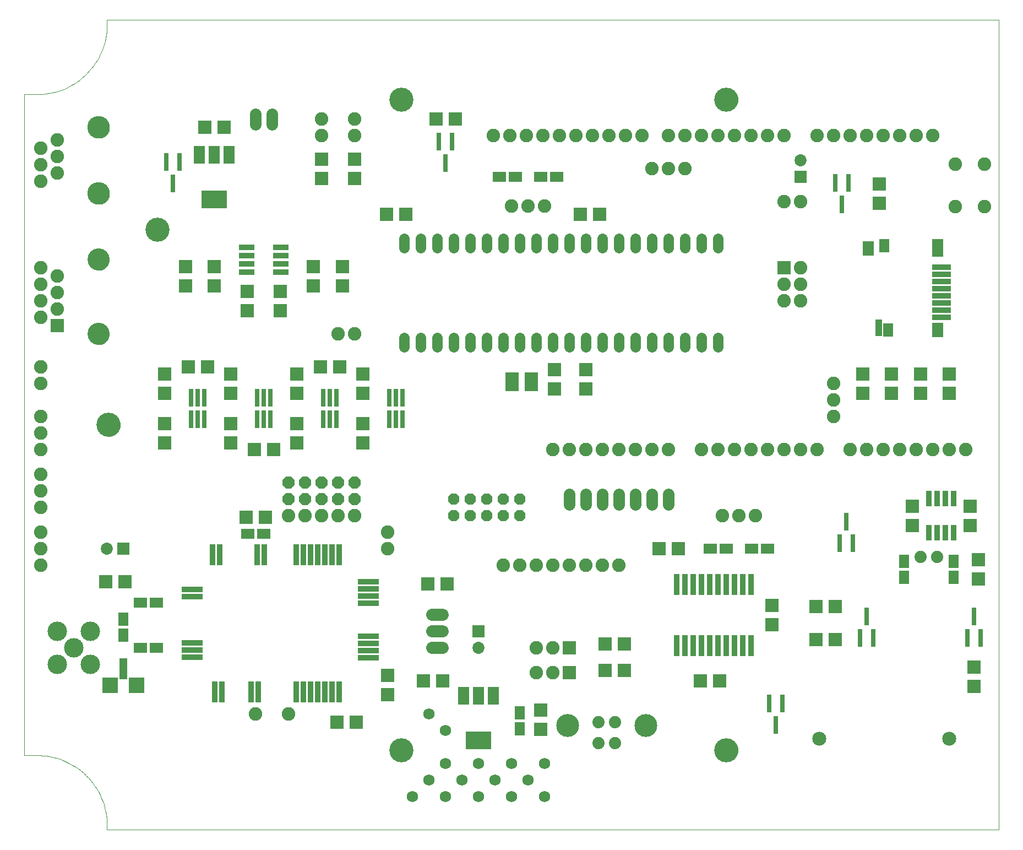
<source format=gts>
G75*
G70*
%OFA0B0*%
%FSLAX24Y24*%
%IPPOS*%
%LPD*%
%AMOC8*
5,1,8,0,0,1.08239X$1,22.5*
%
%ADD10C,0.0640*%
%ADD11C,0.0820*%
%ADD12R,0.0789X0.0631*%
%ADD13C,0.0740*%
%ADD14C,0.1386*%
%ADD15R,0.0300X0.1100*%
%ADD16R,0.0320X0.0950*%
%ADD17R,0.0790X0.0789*%
%ADD18R,0.0789X0.0790*%
%ADD19R,0.0730X0.0730*%
%ADD20C,0.0730*%
%ADD21C,0.0848*%
%ADD22OC8,0.0680*%
%ADD23C,0.0714*%
%ADD24R,0.0789X0.1180*%
%ADD25R,0.1163X0.0356*%
%ADD26R,0.0671X0.1064*%
%ADD27R,0.0671X0.0907*%
%ADD28R,0.0592X0.0789*%
%ADD29R,0.0395X0.1045*%
%ADD30R,0.0631X0.0789*%
%ADD31R,0.0690X0.0867*%
%ADD32R,0.0320X0.1280*%
%ADD33R,0.0820X0.0820*%
%ADD34C,0.0720*%
%ADD35R,0.0340X0.1280*%
%ADD36R,0.1280X0.0340*%
%ADD37C,0.1180*%
%ADD38OC8,0.0720*%
%ADD39R,0.0480X0.1280*%
%ADD40R,0.0920X0.0960*%
%ADD41C,0.0000*%
%ADD42C,0.1340*%
%ADD43C,0.1360*%
%ADD44R,0.0950X0.0320*%
%ADD45C,0.1458*%
%ADD46R,0.0680X0.1080*%
%ADD47R,0.1530X0.1080*%
%ADD48C,0.0680*%
D10*
X026175Y032395D02*
X026175Y032955D01*
X027175Y032955D02*
X027175Y032395D01*
X028175Y032395D02*
X028175Y032955D01*
X029175Y032955D02*
X029175Y032395D01*
X030175Y032395D02*
X030175Y032955D01*
X031175Y032955D02*
X031175Y032395D01*
X032175Y032395D02*
X032175Y032955D01*
X033175Y032955D02*
X033175Y032395D01*
X034175Y032395D02*
X034175Y032955D01*
X035175Y032955D02*
X035175Y032395D01*
X036175Y032395D02*
X036175Y032955D01*
X037175Y032955D02*
X037175Y032395D01*
X038175Y032395D02*
X038175Y032955D01*
X039175Y032955D02*
X039175Y032395D01*
X040175Y032395D02*
X040175Y032955D01*
X041175Y032955D02*
X041175Y032395D01*
X042175Y032395D02*
X042175Y032955D01*
X043175Y032955D02*
X043175Y032395D01*
X044175Y032395D02*
X044175Y032955D01*
X045175Y032955D02*
X045175Y032395D01*
X045175Y038395D02*
X045175Y038955D01*
X044175Y038955D02*
X044175Y038395D01*
X043175Y038395D02*
X043175Y038955D01*
X042175Y038955D02*
X042175Y038395D01*
X041175Y038395D02*
X041175Y038955D01*
X040175Y038955D02*
X040175Y038395D01*
X039175Y038395D02*
X039175Y038955D01*
X038175Y038955D02*
X038175Y038395D01*
X037175Y038395D02*
X037175Y038955D01*
X036175Y038955D02*
X036175Y038395D01*
X035175Y038395D02*
X035175Y038955D01*
X034175Y038955D02*
X034175Y038395D01*
X033175Y038395D02*
X033175Y038955D01*
X032175Y038955D02*
X032175Y038395D01*
X031175Y038395D02*
X031175Y038955D01*
X030175Y038955D02*
X030175Y038395D01*
X029175Y038395D02*
X029175Y038955D01*
X028175Y038955D02*
X028175Y038395D01*
X027175Y038395D02*
X027175Y038955D01*
X026175Y038955D02*
X026175Y038395D01*
D11*
X032675Y040925D03*
X033675Y040925D03*
X034675Y040925D03*
X034575Y045175D03*
X033575Y045175D03*
X032575Y045175D03*
X031575Y045175D03*
X035575Y045175D03*
X036575Y045175D03*
X037575Y045175D03*
X038575Y045175D03*
X039575Y045175D03*
X040575Y045175D03*
X042175Y045175D03*
X043175Y045175D03*
X044175Y045175D03*
X045175Y045175D03*
X046175Y045175D03*
X047175Y045175D03*
X048175Y045175D03*
X049175Y045175D03*
X051175Y045175D03*
X052175Y045175D03*
X053175Y045175D03*
X054175Y045175D03*
X055175Y045175D03*
X056175Y045175D03*
X057175Y045175D03*
X058175Y045175D03*
X059535Y043455D03*
X061315Y043455D03*
X061315Y040895D03*
X059535Y040895D03*
X050175Y041175D03*
X049175Y041175D03*
X043175Y043175D03*
X042175Y043175D03*
X041175Y043175D03*
X050175Y037175D03*
X050175Y036175D03*
X049175Y036175D03*
X049175Y035175D03*
X050175Y035175D03*
X052175Y030175D03*
X052175Y029175D03*
X052175Y028175D03*
X051175Y026175D03*
X050175Y026175D03*
X049175Y026175D03*
X048175Y026175D03*
X047175Y026175D03*
X046175Y026175D03*
X045175Y026175D03*
X044175Y026175D03*
X042175Y026175D03*
X041175Y026175D03*
X040175Y026175D03*
X039175Y026175D03*
X038175Y026175D03*
X037175Y026175D03*
X036175Y026175D03*
X035175Y026175D03*
X045425Y022175D03*
X046425Y022175D03*
X047425Y022175D03*
X053175Y026175D03*
X054175Y026175D03*
X055175Y026175D03*
X056175Y026175D03*
X057175Y026175D03*
X058175Y026175D03*
X059175Y026175D03*
X060175Y026175D03*
X039175Y019175D03*
X038175Y019175D03*
X037175Y019175D03*
X036175Y019175D03*
X035175Y019175D03*
X034175Y019175D03*
X033175Y019175D03*
X032175Y019175D03*
X025175Y020175D03*
X025175Y021175D03*
X023175Y022175D03*
X022175Y022175D03*
X021175Y022175D03*
X020175Y022175D03*
X019175Y022175D03*
X004175Y022675D03*
X004175Y023675D03*
X004175Y024675D03*
X004175Y026175D03*
X004175Y027175D03*
X004175Y028175D03*
X004175Y030175D03*
X004175Y031175D03*
X004175Y034175D03*
X005175Y034675D03*
X004175Y035175D03*
X005175Y035675D03*
X004175Y036175D03*
X005175Y036675D03*
X004175Y037175D03*
X004175Y042425D03*
X005175Y042925D03*
X004175Y043425D03*
X005175Y043925D03*
X004175Y044425D03*
X005175Y044925D03*
X021175Y045175D03*
X021175Y046175D03*
X023175Y046175D03*
X023175Y045175D03*
X023175Y033175D03*
X022175Y033175D03*
X004175Y021175D03*
X004175Y020175D03*
X004175Y019175D03*
X017175Y010175D03*
X019175Y010175D03*
X034175Y012675D03*
X035175Y012675D03*
X035175Y014175D03*
X034175Y014175D03*
D12*
X044693Y020175D03*
X045657Y020175D03*
X047193Y020175D03*
X048157Y020175D03*
X017657Y021075D03*
X016693Y021075D03*
X011157Y016925D03*
X010193Y016925D03*
X010193Y014175D03*
X011157Y014175D03*
X031943Y042675D03*
X032907Y042675D03*
X034443Y042675D03*
X035407Y042675D03*
D13*
X057425Y019675D03*
X058425Y019675D03*
X038917Y009675D03*
X037933Y009675D03*
X037933Y008415D03*
X038917Y008415D03*
D14*
X040795Y009478D03*
X036055Y009478D03*
D15*
X048275Y010825D03*
X049075Y010825D03*
X048675Y009525D03*
X053775Y014775D03*
X054575Y014775D03*
X054175Y016075D03*
X060275Y014775D03*
X061075Y014775D03*
X060675Y016075D03*
X053325Y020525D03*
X052525Y020525D03*
X052925Y021825D03*
X026075Y028025D03*
X025675Y028025D03*
X025275Y028025D03*
X025275Y029325D03*
X025675Y029325D03*
X026075Y029325D03*
X022075Y029325D03*
X021675Y029325D03*
X021275Y029325D03*
X021275Y028025D03*
X021675Y028025D03*
X022075Y028025D03*
X018075Y028025D03*
X017675Y028025D03*
X017275Y028025D03*
X017275Y029325D03*
X017675Y029325D03*
X018075Y029325D03*
X014075Y029325D03*
X013675Y029325D03*
X013275Y029325D03*
X013275Y028025D03*
X013675Y028025D03*
X014075Y028025D03*
X012175Y042275D03*
X011775Y043575D03*
X012575Y043575D03*
X028275Y044825D03*
X029075Y044825D03*
X028675Y043525D03*
X052275Y042325D03*
X053075Y042325D03*
X052675Y041025D03*
D16*
X057925Y023205D03*
X058425Y023205D03*
X058925Y023205D03*
X059425Y023205D03*
X059425Y021145D03*
X058925Y021145D03*
X058425Y021145D03*
X057925Y021145D03*
D17*
X056925Y021585D03*
X056925Y022765D03*
X060425Y022765D03*
X060425Y021585D03*
X060925Y019515D03*
X060925Y018335D03*
X060675Y013015D03*
X060675Y011835D03*
X048425Y015585D03*
X048425Y016765D03*
X034425Y010415D03*
X034425Y009235D03*
X025175Y011335D03*
X025175Y012515D03*
X023675Y026585D03*
X023675Y027765D03*
X023675Y029585D03*
X023675Y030765D03*
X019675Y030765D03*
X019675Y029585D03*
X019675Y027765D03*
X019675Y026585D03*
X015675Y026585D03*
X015675Y027765D03*
X015675Y029585D03*
X015675Y030765D03*
X011675Y030765D03*
X011675Y029585D03*
X011675Y027765D03*
X011675Y026585D03*
X016675Y034585D03*
X016675Y035765D03*
X018675Y035765D03*
X018675Y034585D03*
X020675Y036085D03*
X020675Y037265D03*
X022425Y037265D03*
X022425Y036085D03*
X014675Y036085D03*
X014675Y037265D03*
X012925Y037265D03*
X012925Y036085D03*
X021175Y042585D03*
X023175Y042585D03*
X023175Y043765D03*
X021175Y043765D03*
X035275Y031015D03*
X037175Y031015D03*
X037175Y029835D03*
X035275Y029835D03*
X053925Y029585D03*
X055675Y029585D03*
X055675Y030765D03*
X053925Y030765D03*
X057425Y030765D03*
X057425Y029585D03*
X059175Y029585D03*
X059175Y030765D03*
X054925Y041085D03*
X054925Y042265D03*
D18*
X038015Y040425D03*
X036835Y040425D03*
X029265Y046175D03*
X028085Y046175D03*
X026265Y040425D03*
X025085Y040425D03*
X015265Y045675D03*
X014085Y045675D03*
X014265Y031175D03*
X013085Y031175D03*
X017085Y026175D03*
X018265Y026175D03*
X017765Y022075D03*
X016585Y022075D03*
X009265Y018175D03*
X008085Y018175D03*
X022085Y009675D03*
X023265Y009675D03*
X027335Y012175D03*
X028515Y012175D03*
X038335Y012800D03*
X039515Y012800D03*
X039515Y014425D03*
X038335Y014425D03*
X044085Y012175D03*
X045265Y012175D03*
X051085Y014675D03*
X052265Y014675D03*
X052265Y016675D03*
X051085Y016675D03*
X042765Y020175D03*
X041585Y020175D03*
X028765Y018050D03*
X027585Y018050D03*
X022265Y031175D03*
X021085Y031175D03*
D19*
X009175Y020175D03*
X030675Y015175D03*
X050175Y042675D03*
D20*
X050175Y043675D03*
X008175Y020175D03*
X030675Y014175D03*
D21*
X051301Y008675D03*
X059175Y008675D03*
D22*
X033175Y022175D03*
X033175Y023175D03*
X032175Y023175D03*
X032175Y022175D03*
X031175Y022175D03*
X031175Y023175D03*
X030175Y023175D03*
X030175Y022175D03*
X029175Y022175D03*
X029175Y023175D03*
D23*
X036175Y022858D02*
X036175Y023492D01*
X037175Y023492D02*
X037175Y022858D01*
X038175Y022858D02*
X038175Y023492D01*
X039175Y023492D02*
X039175Y022858D01*
X040175Y022858D02*
X040175Y023492D01*
X041175Y023492D02*
X041175Y022858D01*
X042175Y022858D02*
X042175Y023492D01*
X018175Y045858D02*
X018175Y046492D01*
X017175Y046492D02*
X017175Y045858D01*
D24*
X032685Y030275D03*
X033865Y030275D03*
D25*
X058716Y034175D03*
X058716Y034608D03*
X058716Y035041D03*
X058716Y035474D03*
X058716Y035907D03*
X058716Y036340D03*
X058716Y036773D03*
X058716Y037206D03*
D26*
X058470Y038368D03*
D27*
X058470Y033427D03*
D28*
X055478Y033407D03*
D29*
X054888Y033535D03*
D30*
X055222Y038506D03*
X056425Y019407D03*
X056425Y018443D03*
X059425Y018443D03*
X059425Y019407D03*
X033175Y010257D03*
X033175Y009293D03*
X009175Y014943D03*
X009175Y015907D03*
D31*
X054268Y038348D03*
D32*
X047175Y018025D03*
X046675Y018025D03*
X046175Y018025D03*
X045675Y018025D03*
X045175Y018025D03*
X044675Y018025D03*
X044175Y018025D03*
X043675Y018025D03*
X043175Y018025D03*
X042675Y018025D03*
X042675Y014325D03*
X043175Y014325D03*
X043675Y014325D03*
X044175Y014325D03*
X044675Y014325D03*
X045175Y014325D03*
X045675Y014325D03*
X046175Y014325D03*
X046675Y014325D03*
X047175Y014325D03*
D33*
X036175Y014175D03*
X036175Y012675D03*
X005175Y033675D03*
X049175Y037175D03*
D34*
X028495Y016175D02*
X027855Y016175D01*
X027855Y015175D02*
X028495Y015175D01*
X028495Y014175D02*
X027855Y014175D01*
D35*
X022218Y011527D03*
X021785Y011527D03*
X021352Y011527D03*
X020919Y011527D03*
X020486Y011527D03*
X020053Y011527D03*
X019620Y011527D03*
X017336Y011527D03*
X016903Y011527D03*
X015132Y011527D03*
X014699Y011527D03*
X014581Y019823D03*
X015014Y019823D03*
X017258Y019823D03*
X017691Y019823D03*
X019620Y019823D03*
X020053Y019823D03*
X020486Y019823D03*
X020919Y019823D03*
X021352Y019823D03*
X021785Y019823D03*
X022218Y019823D03*
D36*
X024004Y018195D03*
X024004Y017762D03*
X024004Y017329D03*
X024004Y016895D03*
X024004Y014888D03*
X024004Y014455D03*
X024004Y014021D03*
X024004Y013588D03*
X013346Y013628D03*
X013346Y014061D03*
X013346Y014494D03*
X013346Y017289D03*
X013346Y017722D03*
D37*
X007175Y015175D03*
X006175Y014175D03*
X005175Y013175D03*
X007175Y013175D03*
X005175Y015175D03*
D38*
X019175Y023175D03*
X019175Y024175D03*
X020175Y024175D03*
X021175Y024175D03*
X022175Y024175D03*
X023175Y024175D03*
X023175Y023175D03*
X022175Y023175D03*
X021175Y023175D03*
X020175Y023175D03*
D39*
X009175Y012925D03*
D40*
X008375Y011925D03*
X009975Y011925D03*
D41*
X003675Y007675D02*
X003884Y007682D01*
X004093Y007679D01*
X004301Y007665D01*
X004509Y007642D01*
X004715Y007608D01*
X004919Y007564D01*
X005121Y007510D01*
X005320Y007447D01*
X005516Y007374D01*
X005708Y007291D01*
X005895Y007199D01*
X006078Y007097D01*
X006256Y006987D01*
X006428Y006869D01*
X006594Y006742D01*
X006753Y006607D01*
X006906Y006464D01*
X007051Y006314D01*
X007189Y006157D01*
X007320Y005994D01*
X007442Y005824D01*
X007555Y005649D01*
X007660Y005468D01*
X007756Y005282D01*
X007842Y005092D01*
X007919Y004898D01*
X007987Y004700D01*
X008044Y004499D01*
X008092Y004296D01*
X008130Y004090D01*
X008157Y003883D01*
X008175Y003675D01*
X008175Y003175D01*
X062175Y003175D01*
X062175Y052175D01*
X008175Y052175D01*
X008175Y051675D01*
X008158Y051473D01*
X008132Y051272D01*
X008096Y051073D01*
X008051Y050875D01*
X007996Y050680D01*
X007932Y050488D01*
X007859Y050299D01*
X007777Y050113D01*
X007687Y049932D01*
X007588Y049756D01*
X007480Y049584D01*
X007365Y049417D01*
X007242Y049256D01*
X007111Y049102D01*
X006973Y048953D01*
X006828Y048811D01*
X006677Y048677D01*
X006519Y048550D01*
X006355Y048430D01*
X006186Y048318D01*
X006012Y048215D01*
X005833Y048120D01*
X005650Y048033D01*
X005463Y047956D01*
X005272Y047887D01*
X005079Y047827D01*
X004882Y047777D01*
X004684Y047736D01*
X004484Y047705D01*
X004282Y047683D01*
X004080Y047671D01*
X003878Y047668D01*
X003675Y047675D01*
X003175Y047675D01*
X003175Y007675D01*
X003675Y007675D01*
X025301Y007990D02*
X025303Y008042D01*
X025309Y008094D01*
X025319Y008145D01*
X025332Y008195D01*
X025350Y008245D01*
X025371Y008292D01*
X025395Y008338D01*
X025424Y008382D01*
X025455Y008424D01*
X025489Y008463D01*
X025526Y008500D01*
X025566Y008533D01*
X025609Y008564D01*
X025653Y008591D01*
X025699Y008615D01*
X025748Y008635D01*
X025797Y008651D01*
X025848Y008664D01*
X025899Y008673D01*
X025951Y008678D01*
X026003Y008679D01*
X026055Y008676D01*
X026107Y008669D01*
X026158Y008658D01*
X026208Y008644D01*
X026257Y008625D01*
X026304Y008603D01*
X026349Y008578D01*
X026393Y008549D01*
X026434Y008517D01*
X026473Y008482D01*
X026508Y008444D01*
X026541Y008403D01*
X026571Y008361D01*
X026597Y008316D01*
X026620Y008269D01*
X026639Y008220D01*
X026655Y008170D01*
X026667Y008120D01*
X026675Y008068D01*
X026679Y008016D01*
X026679Y007964D01*
X026675Y007912D01*
X026667Y007860D01*
X026655Y007810D01*
X026639Y007760D01*
X026620Y007711D01*
X026597Y007664D01*
X026571Y007619D01*
X026541Y007577D01*
X026508Y007536D01*
X026473Y007498D01*
X026434Y007463D01*
X026393Y007431D01*
X026349Y007402D01*
X026304Y007377D01*
X026257Y007355D01*
X026208Y007336D01*
X026158Y007322D01*
X026107Y007311D01*
X026055Y007304D01*
X026003Y007301D01*
X025951Y007302D01*
X025899Y007307D01*
X025848Y007316D01*
X025797Y007329D01*
X025748Y007345D01*
X025699Y007365D01*
X025653Y007389D01*
X025609Y007416D01*
X025566Y007447D01*
X025526Y007480D01*
X025489Y007517D01*
X025455Y007556D01*
X025424Y007598D01*
X025395Y007642D01*
X025371Y007688D01*
X025350Y007735D01*
X025332Y007785D01*
X025319Y007835D01*
X025309Y007886D01*
X025303Y007938D01*
X025301Y007990D01*
X044986Y007990D02*
X044988Y008042D01*
X044994Y008094D01*
X045004Y008145D01*
X045017Y008195D01*
X045035Y008245D01*
X045056Y008292D01*
X045080Y008338D01*
X045109Y008382D01*
X045140Y008424D01*
X045174Y008463D01*
X045211Y008500D01*
X045251Y008533D01*
X045294Y008564D01*
X045338Y008591D01*
X045384Y008615D01*
X045433Y008635D01*
X045482Y008651D01*
X045533Y008664D01*
X045584Y008673D01*
X045636Y008678D01*
X045688Y008679D01*
X045740Y008676D01*
X045792Y008669D01*
X045843Y008658D01*
X045893Y008644D01*
X045942Y008625D01*
X045989Y008603D01*
X046034Y008578D01*
X046078Y008549D01*
X046119Y008517D01*
X046158Y008482D01*
X046193Y008444D01*
X046226Y008403D01*
X046256Y008361D01*
X046282Y008316D01*
X046305Y008269D01*
X046324Y008220D01*
X046340Y008170D01*
X046352Y008120D01*
X046360Y008068D01*
X046364Y008016D01*
X046364Y007964D01*
X046360Y007912D01*
X046352Y007860D01*
X046340Y007810D01*
X046324Y007760D01*
X046305Y007711D01*
X046282Y007664D01*
X046256Y007619D01*
X046226Y007577D01*
X046193Y007536D01*
X046158Y007498D01*
X046119Y007463D01*
X046078Y007431D01*
X046034Y007402D01*
X045989Y007377D01*
X045942Y007355D01*
X045893Y007336D01*
X045843Y007322D01*
X045792Y007311D01*
X045740Y007304D01*
X045688Y007301D01*
X045636Y007302D01*
X045584Y007307D01*
X045533Y007316D01*
X045482Y007329D01*
X045433Y007345D01*
X045384Y007365D01*
X045338Y007389D01*
X045294Y007416D01*
X045251Y007447D01*
X045211Y007480D01*
X045174Y007517D01*
X045140Y007556D01*
X045109Y007598D01*
X045080Y007642D01*
X045056Y007688D01*
X045035Y007735D01*
X045017Y007785D01*
X045004Y007835D01*
X044994Y007886D01*
X044988Y007938D01*
X044986Y007990D01*
X007584Y027675D02*
X007586Y027727D01*
X007592Y027779D01*
X007602Y027830D01*
X007615Y027880D01*
X007633Y027930D01*
X007654Y027977D01*
X007678Y028023D01*
X007707Y028067D01*
X007738Y028109D01*
X007772Y028148D01*
X007809Y028185D01*
X007849Y028218D01*
X007892Y028249D01*
X007936Y028276D01*
X007982Y028300D01*
X008031Y028320D01*
X008080Y028336D01*
X008131Y028349D01*
X008182Y028358D01*
X008234Y028363D01*
X008286Y028364D01*
X008338Y028361D01*
X008390Y028354D01*
X008441Y028343D01*
X008491Y028329D01*
X008540Y028310D01*
X008587Y028288D01*
X008632Y028263D01*
X008676Y028234D01*
X008717Y028202D01*
X008756Y028167D01*
X008791Y028129D01*
X008824Y028088D01*
X008854Y028046D01*
X008880Y028001D01*
X008903Y027954D01*
X008922Y027905D01*
X008938Y027855D01*
X008950Y027805D01*
X008958Y027753D01*
X008962Y027701D01*
X008962Y027649D01*
X008958Y027597D01*
X008950Y027545D01*
X008938Y027495D01*
X008922Y027445D01*
X008903Y027396D01*
X008880Y027349D01*
X008854Y027304D01*
X008824Y027262D01*
X008791Y027221D01*
X008756Y027183D01*
X008717Y027148D01*
X008676Y027116D01*
X008632Y027087D01*
X008587Y027062D01*
X008540Y027040D01*
X008491Y027021D01*
X008441Y027007D01*
X008390Y026996D01*
X008338Y026989D01*
X008286Y026986D01*
X008234Y026987D01*
X008182Y026992D01*
X008131Y027001D01*
X008080Y027014D01*
X008031Y027030D01*
X007982Y027050D01*
X007936Y027074D01*
X007892Y027101D01*
X007849Y027132D01*
X007809Y027165D01*
X007772Y027202D01*
X007738Y027241D01*
X007707Y027283D01*
X007678Y027327D01*
X007654Y027373D01*
X007633Y027420D01*
X007615Y027470D01*
X007602Y027520D01*
X007592Y027571D01*
X007586Y027623D01*
X007584Y027675D01*
X007045Y033175D02*
X007047Y033225D01*
X007053Y033275D01*
X007063Y033324D01*
X007077Y033372D01*
X007094Y033419D01*
X007115Y033464D01*
X007140Y033508D01*
X007168Y033549D01*
X007200Y033588D01*
X007234Y033625D01*
X007271Y033659D01*
X007311Y033689D01*
X007353Y033716D01*
X007397Y033740D01*
X007443Y033761D01*
X007490Y033777D01*
X007538Y033790D01*
X007588Y033799D01*
X007637Y033804D01*
X007688Y033805D01*
X007738Y033802D01*
X007787Y033795D01*
X007836Y033784D01*
X007884Y033769D01*
X007930Y033751D01*
X007975Y033729D01*
X008018Y033703D01*
X008059Y033674D01*
X008098Y033642D01*
X008134Y033607D01*
X008166Y033569D01*
X008196Y033529D01*
X008223Y033486D01*
X008246Y033442D01*
X008265Y033396D01*
X008281Y033348D01*
X008293Y033299D01*
X008301Y033250D01*
X008305Y033200D01*
X008305Y033150D01*
X008301Y033100D01*
X008293Y033051D01*
X008281Y033002D01*
X008265Y032954D01*
X008246Y032908D01*
X008223Y032864D01*
X008196Y032821D01*
X008166Y032781D01*
X008134Y032743D01*
X008098Y032708D01*
X008059Y032676D01*
X008018Y032647D01*
X007975Y032621D01*
X007930Y032599D01*
X007884Y032581D01*
X007836Y032566D01*
X007787Y032555D01*
X007738Y032548D01*
X007688Y032545D01*
X007637Y032546D01*
X007588Y032551D01*
X007538Y032560D01*
X007490Y032573D01*
X007443Y032589D01*
X007397Y032610D01*
X007353Y032634D01*
X007311Y032661D01*
X007271Y032691D01*
X007234Y032725D01*
X007200Y032762D01*
X007168Y032801D01*
X007140Y032842D01*
X007115Y032886D01*
X007094Y032931D01*
X007077Y032978D01*
X007063Y033026D01*
X007053Y033075D01*
X007047Y033125D01*
X007045Y033175D01*
X007045Y037675D02*
X007047Y037725D01*
X007053Y037775D01*
X007063Y037824D01*
X007077Y037872D01*
X007094Y037919D01*
X007115Y037964D01*
X007140Y038008D01*
X007168Y038049D01*
X007200Y038088D01*
X007234Y038125D01*
X007271Y038159D01*
X007311Y038189D01*
X007353Y038216D01*
X007397Y038240D01*
X007443Y038261D01*
X007490Y038277D01*
X007538Y038290D01*
X007588Y038299D01*
X007637Y038304D01*
X007688Y038305D01*
X007738Y038302D01*
X007787Y038295D01*
X007836Y038284D01*
X007884Y038269D01*
X007930Y038251D01*
X007975Y038229D01*
X008018Y038203D01*
X008059Y038174D01*
X008098Y038142D01*
X008134Y038107D01*
X008166Y038069D01*
X008196Y038029D01*
X008223Y037986D01*
X008246Y037942D01*
X008265Y037896D01*
X008281Y037848D01*
X008293Y037799D01*
X008301Y037750D01*
X008305Y037700D01*
X008305Y037650D01*
X008301Y037600D01*
X008293Y037551D01*
X008281Y037502D01*
X008265Y037454D01*
X008246Y037408D01*
X008223Y037364D01*
X008196Y037321D01*
X008166Y037281D01*
X008134Y037243D01*
X008098Y037208D01*
X008059Y037176D01*
X008018Y037147D01*
X007975Y037121D01*
X007930Y037099D01*
X007884Y037081D01*
X007836Y037066D01*
X007787Y037055D01*
X007738Y037048D01*
X007688Y037045D01*
X007637Y037046D01*
X007588Y037051D01*
X007538Y037060D01*
X007490Y037073D01*
X007443Y037089D01*
X007397Y037110D01*
X007353Y037134D01*
X007311Y037161D01*
X007271Y037191D01*
X007234Y037225D01*
X007200Y037262D01*
X007168Y037301D01*
X007140Y037342D01*
X007115Y037386D01*
X007094Y037431D01*
X007077Y037478D01*
X007063Y037526D01*
X007053Y037575D01*
X007047Y037625D01*
X007045Y037675D01*
X010537Y039486D02*
X010539Y039538D01*
X010545Y039590D01*
X010555Y039641D01*
X010568Y039691D01*
X010586Y039741D01*
X010607Y039788D01*
X010631Y039834D01*
X010660Y039878D01*
X010691Y039920D01*
X010725Y039959D01*
X010762Y039996D01*
X010802Y040029D01*
X010845Y040060D01*
X010889Y040087D01*
X010935Y040111D01*
X010984Y040131D01*
X011033Y040147D01*
X011084Y040160D01*
X011135Y040169D01*
X011187Y040174D01*
X011239Y040175D01*
X011291Y040172D01*
X011343Y040165D01*
X011394Y040154D01*
X011444Y040140D01*
X011493Y040121D01*
X011540Y040099D01*
X011585Y040074D01*
X011629Y040045D01*
X011670Y040013D01*
X011709Y039978D01*
X011744Y039940D01*
X011777Y039899D01*
X011807Y039857D01*
X011833Y039812D01*
X011856Y039765D01*
X011875Y039716D01*
X011891Y039666D01*
X011903Y039616D01*
X011911Y039564D01*
X011915Y039512D01*
X011915Y039460D01*
X011911Y039408D01*
X011903Y039356D01*
X011891Y039306D01*
X011875Y039256D01*
X011856Y039207D01*
X011833Y039160D01*
X011807Y039115D01*
X011777Y039073D01*
X011744Y039032D01*
X011709Y038994D01*
X011670Y038959D01*
X011629Y038927D01*
X011585Y038898D01*
X011540Y038873D01*
X011493Y038851D01*
X011444Y038832D01*
X011394Y038818D01*
X011343Y038807D01*
X011291Y038800D01*
X011239Y038797D01*
X011187Y038798D01*
X011135Y038803D01*
X011084Y038812D01*
X011033Y038825D01*
X010984Y038841D01*
X010935Y038861D01*
X010889Y038885D01*
X010845Y038912D01*
X010802Y038943D01*
X010762Y038976D01*
X010725Y039013D01*
X010691Y039052D01*
X010660Y039094D01*
X010631Y039138D01*
X010607Y039184D01*
X010586Y039231D01*
X010568Y039281D01*
X010555Y039331D01*
X010545Y039382D01*
X010539Y039434D01*
X010537Y039486D01*
X007035Y041675D02*
X007037Y041725D01*
X007043Y041775D01*
X007053Y041824D01*
X007066Y041873D01*
X007084Y041920D01*
X007105Y041966D01*
X007129Y042009D01*
X007157Y042051D01*
X007188Y042091D01*
X007222Y042128D01*
X007259Y042162D01*
X007299Y042193D01*
X007341Y042221D01*
X007384Y042245D01*
X007430Y042266D01*
X007477Y042284D01*
X007526Y042297D01*
X007575Y042307D01*
X007625Y042313D01*
X007675Y042315D01*
X007725Y042313D01*
X007775Y042307D01*
X007824Y042297D01*
X007873Y042284D01*
X007920Y042266D01*
X007966Y042245D01*
X008009Y042221D01*
X008051Y042193D01*
X008091Y042162D01*
X008128Y042128D01*
X008162Y042091D01*
X008193Y042051D01*
X008221Y042009D01*
X008245Y041966D01*
X008266Y041920D01*
X008284Y041873D01*
X008297Y041824D01*
X008307Y041775D01*
X008313Y041725D01*
X008315Y041675D01*
X008313Y041625D01*
X008307Y041575D01*
X008297Y041526D01*
X008284Y041477D01*
X008266Y041430D01*
X008245Y041384D01*
X008221Y041341D01*
X008193Y041299D01*
X008162Y041259D01*
X008128Y041222D01*
X008091Y041188D01*
X008051Y041157D01*
X008009Y041129D01*
X007966Y041105D01*
X007920Y041084D01*
X007873Y041066D01*
X007824Y041053D01*
X007775Y041043D01*
X007725Y041037D01*
X007675Y041035D01*
X007625Y041037D01*
X007575Y041043D01*
X007526Y041053D01*
X007477Y041066D01*
X007430Y041084D01*
X007384Y041105D01*
X007341Y041129D01*
X007299Y041157D01*
X007259Y041188D01*
X007222Y041222D01*
X007188Y041259D01*
X007157Y041299D01*
X007129Y041341D01*
X007105Y041384D01*
X007084Y041430D01*
X007066Y041477D01*
X007053Y041526D01*
X007043Y041575D01*
X007037Y041625D01*
X007035Y041675D01*
X007035Y045675D02*
X007037Y045725D01*
X007043Y045775D01*
X007053Y045824D01*
X007066Y045873D01*
X007084Y045920D01*
X007105Y045966D01*
X007129Y046009D01*
X007157Y046051D01*
X007188Y046091D01*
X007222Y046128D01*
X007259Y046162D01*
X007299Y046193D01*
X007341Y046221D01*
X007384Y046245D01*
X007430Y046266D01*
X007477Y046284D01*
X007526Y046297D01*
X007575Y046307D01*
X007625Y046313D01*
X007675Y046315D01*
X007725Y046313D01*
X007775Y046307D01*
X007824Y046297D01*
X007873Y046284D01*
X007920Y046266D01*
X007966Y046245D01*
X008009Y046221D01*
X008051Y046193D01*
X008091Y046162D01*
X008128Y046128D01*
X008162Y046091D01*
X008193Y046051D01*
X008221Y046009D01*
X008245Y045966D01*
X008266Y045920D01*
X008284Y045873D01*
X008297Y045824D01*
X008307Y045775D01*
X008313Y045725D01*
X008315Y045675D01*
X008313Y045625D01*
X008307Y045575D01*
X008297Y045526D01*
X008284Y045477D01*
X008266Y045430D01*
X008245Y045384D01*
X008221Y045341D01*
X008193Y045299D01*
X008162Y045259D01*
X008128Y045222D01*
X008091Y045188D01*
X008051Y045157D01*
X008009Y045129D01*
X007966Y045105D01*
X007920Y045084D01*
X007873Y045066D01*
X007824Y045053D01*
X007775Y045043D01*
X007725Y045037D01*
X007675Y045035D01*
X007625Y045037D01*
X007575Y045043D01*
X007526Y045053D01*
X007477Y045066D01*
X007430Y045084D01*
X007384Y045105D01*
X007341Y045129D01*
X007299Y045157D01*
X007259Y045188D01*
X007222Y045222D01*
X007188Y045259D01*
X007157Y045299D01*
X007129Y045341D01*
X007105Y045384D01*
X007084Y045430D01*
X007066Y045477D01*
X007053Y045526D01*
X007043Y045575D01*
X007037Y045625D01*
X007035Y045675D01*
X025301Y047360D02*
X025303Y047412D01*
X025309Y047464D01*
X025319Y047515D01*
X025332Y047565D01*
X025350Y047615D01*
X025371Y047662D01*
X025395Y047708D01*
X025424Y047752D01*
X025455Y047794D01*
X025489Y047833D01*
X025526Y047870D01*
X025566Y047903D01*
X025609Y047934D01*
X025653Y047961D01*
X025699Y047985D01*
X025748Y048005D01*
X025797Y048021D01*
X025848Y048034D01*
X025899Y048043D01*
X025951Y048048D01*
X026003Y048049D01*
X026055Y048046D01*
X026107Y048039D01*
X026158Y048028D01*
X026208Y048014D01*
X026257Y047995D01*
X026304Y047973D01*
X026349Y047948D01*
X026393Y047919D01*
X026434Y047887D01*
X026473Y047852D01*
X026508Y047814D01*
X026541Y047773D01*
X026571Y047731D01*
X026597Y047686D01*
X026620Y047639D01*
X026639Y047590D01*
X026655Y047540D01*
X026667Y047490D01*
X026675Y047438D01*
X026679Y047386D01*
X026679Y047334D01*
X026675Y047282D01*
X026667Y047230D01*
X026655Y047180D01*
X026639Y047130D01*
X026620Y047081D01*
X026597Y047034D01*
X026571Y046989D01*
X026541Y046947D01*
X026508Y046906D01*
X026473Y046868D01*
X026434Y046833D01*
X026393Y046801D01*
X026349Y046772D01*
X026304Y046747D01*
X026257Y046725D01*
X026208Y046706D01*
X026158Y046692D01*
X026107Y046681D01*
X026055Y046674D01*
X026003Y046671D01*
X025951Y046672D01*
X025899Y046677D01*
X025848Y046686D01*
X025797Y046699D01*
X025748Y046715D01*
X025699Y046735D01*
X025653Y046759D01*
X025609Y046786D01*
X025566Y046817D01*
X025526Y046850D01*
X025489Y046887D01*
X025455Y046926D01*
X025424Y046968D01*
X025395Y047012D01*
X025371Y047058D01*
X025350Y047105D01*
X025332Y047155D01*
X025319Y047205D01*
X025309Y047256D01*
X025303Y047308D01*
X025301Y047360D01*
X044986Y047360D02*
X044988Y047412D01*
X044994Y047464D01*
X045004Y047515D01*
X045017Y047565D01*
X045035Y047615D01*
X045056Y047662D01*
X045080Y047708D01*
X045109Y047752D01*
X045140Y047794D01*
X045174Y047833D01*
X045211Y047870D01*
X045251Y047903D01*
X045294Y047934D01*
X045338Y047961D01*
X045384Y047985D01*
X045433Y048005D01*
X045482Y048021D01*
X045533Y048034D01*
X045584Y048043D01*
X045636Y048048D01*
X045688Y048049D01*
X045740Y048046D01*
X045792Y048039D01*
X045843Y048028D01*
X045893Y048014D01*
X045942Y047995D01*
X045989Y047973D01*
X046034Y047948D01*
X046078Y047919D01*
X046119Y047887D01*
X046158Y047852D01*
X046193Y047814D01*
X046226Y047773D01*
X046256Y047731D01*
X046282Y047686D01*
X046305Y047639D01*
X046324Y047590D01*
X046340Y047540D01*
X046352Y047490D01*
X046360Y047438D01*
X046364Y047386D01*
X046364Y047334D01*
X046360Y047282D01*
X046352Y047230D01*
X046340Y047180D01*
X046324Y047130D01*
X046305Y047081D01*
X046282Y047034D01*
X046256Y046989D01*
X046226Y046947D01*
X046193Y046906D01*
X046158Y046868D01*
X046119Y046833D01*
X046078Y046801D01*
X046034Y046772D01*
X045989Y046747D01*
X045942Y046725D01*
X045893Y046706D01*
X045843Y046692D01*
X045792Y046681D01*
X045740Y046674D01*
X045688Y046671D01*
X045636Y046672D01*
X045584Y046677D01*
X045533Y046686D01*
X045482Y046699D01*
X045433Y046715D01*
X045384Y046735D01*
X045338Y046759D01*
X045294Y046786D01*
X045251Y046817D01*
X045211Y046850D01*
X045174Y046887D01*
X045140Y046926D01*
X045109Y046968D01*
X045080Y047012D01*
X045056Y047058D01*
X045035Y047105D01*
X045017Y047155D01*
X045004Y047205D01*
X044994Y047256D01*
X044988Y047308D01*
X044986Y047360D01*
D42*
X007675Y037675D03*
X007675Y033175D03*
D43*
X007675Y041675D03*
X007675Y045675D03*
D44*
X016645Y038425D03*
X016645Y037925D03*
X016645Y037425D03*
X016645Y036925D03*
X018705Y036925D03*
X018705Y037425D03*
X018705Y037925D03*
X018705Y038425D03*
D45*
X011226Y039486D03*
X025990Y047360D03*
X045675Y047360D03*
X008273Y027675D03*
X025990Y007990D03*
X045675Y007990D03*
D46*
X031581Y011275D03*
X030675Y011275D03*
X029769Y011275D03*
X015581Y044025D03*
X014675Y044025D03*
X013769Y044025D03*
D47*
X014675Y041325D03*
X030675Y008575D03*
D48*
X028675Y009175D03*
X027675Y010175D03*
X028675Y007175D03*
X027675Y006175D03*
X026675Y005175D03*
X028675Y005175D03*
X029675Y006175D03*
X030675Y007175D03*
X031675Y006175D03*
X032675Y007175D03*
X033675Y006175D03*
X034675Y007175D03*
X034675Y005175D03*
X032675Y005175D03*
X030675Y005175D03*
M02*

</source>
